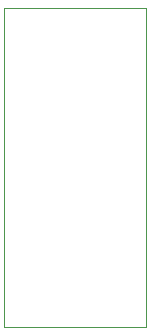
<source format=gbr>
%TF.GenerationSoftware,KiCad,Pcbnew,8.0.4*%
%TF.CreationDate,2024-07-20T22:23:47+08:00*%
%TF.ProjectId,WT_Jlink_Adapter,57545f4a-6c69-46e6-9b5f-416461707465,rev?*%
%TF.SameCoordinates,Original*%
%TF.FileFunction,Profile,NP*%
%FSLAX46Y46*%
G04 Gerber Fmt 4.6, Leading zero omitted, Abs format (unit mm)*
G04 Created by KiCad (PCBNEW 8.0.4) date 2024-07-20 22:23:47*
%MOMM*%
%LPD*%
G01*
G04 APERTURE LIST*
%TA.AperFunction,Profile*%
%ADD10C,0.050000*%
%TD*%
G04 APERTURE END LIST*
D10*
X108630000Y-114910000D02*
X108630000Y-87910000D01*
X120630000Y-114910000D02*
X108630000Y-114910000D01*
X108630000Y-87910000D02*
X120630000Y-87910000D01*
X120630000Y-87910000D02*
X120630000Y-114910000D01*
M02*

</source>
